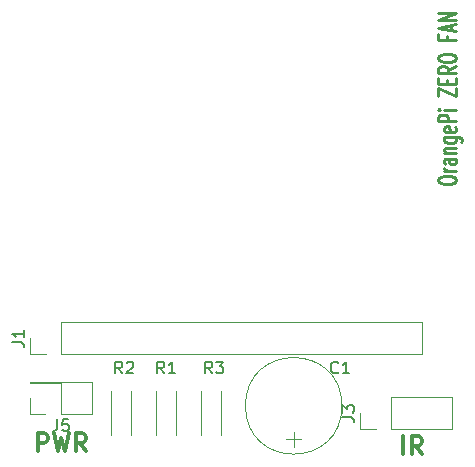
<source format=gto>
G04 #@! TF.FileFunction,Legend,Top*
%FSLAX46Y46*%
G04 Gerber Fmt 4.6, Leading zero omitted, Abs format (unit mm)*
G04 Created by KiCad (PCBNEW 4.0.1-stable) date 2017/08/26 19:12:35*
%MOMM*%
G01*
G04 APERTURE LIST*
%ADD10C,0.100000*%
%ADD11C,0.250000*%
%ADD12C,0.300000*%
%ADD13C,0.150000*%
%ADD14C,0.120000*%
%ADD15R,1.600000X1.600000*%
%ADD16C,1.600000*%
%ADD17R,1.700000X1.700000*%
%ADD18O,1.700000X1.700000*%
%ADD19C,1.400000*%
%ADD20O,1.400000X1.400000*%
%ADD21C,3.200000*%
G04 APERTURE END LIST*
D10*
D11*
X151832571Y-107988810D02*
X151832571Y-107798333D01*
X151904000Y-107703095D01*
X152046857Y-107607857D01*
X152332571Y-107560238D01*
X152832571Y-107560238D01*
X153118286Y-107607857D01*
X153261143Y-107703095D01*
X153332571Y-107798333D01*
X153332571Y-107988810D01*
X153261143Y-108084048D01*
X153118286Y-108179286D01*
X152832571Y-108226905D01*
X152332571Y-108226905D01*
X152046857Y-108179286D01*
X151904000Y-108084048D01*
X151832571Y-107988810D01*
X153332571Y-107131667D02*
X152332571Y-107131667D01*
X152618286Y-107131667D02*
X152475429Y-107084048D01*
X152404000Y-107036429D01*
X152332571Y-106941191D01*
X152332571Y-106845952D01*
X153332571Y-106084047D02*
X152546857Y-106084047D01*
X152404000Y-106131666D01*
X152332571Y-106226904D01*
X152332571Y-106417381D01*
X152404000Y-106512619D01*
X153261143Y-106084047D02*
X153332571Y-106179285D01*
X153332571Y-106417381D01*
X153261143Y-106512619D01*
X153118286Y-106560238D01*
X152975429Y-106560238D01*
X152832571Y-106512619D01*
X152761143Y-106417381D01*
X152761143Y-106179285D01*
X152689714Y-106084047D01*
X152332571Y-105607857D02*
X153332571Y-105607857D01*
X152475429Y-105607857D02*
X152404000Y-105560238D01*
X152332571Y-105465000D01*
X152332571Y-105322142D01*
X152404000Y-105226904D01*
X152546857Y-105179285D01*
X153332571Y-105179285D01*
X152332571Y-104274523D02*
X153546857Y-104274523D01*
X153689714Y-104322142D01*
X153761143Y-104369761D01*
X153832571Y-104465000D01*
X153832571Y-104607857D01*
X153761143Y-104703095D01*
X153261143Y-104274523D02*
X153332571Y-104369761D01*
X153332571Y-104560238D01*
X153261143Y-104655476D01*
X153189714Y-104703095D01*
X153046857Y-104750714D01*
X152618286Y-104750714D01*
X152475429Y-104703095D01*
X152404000Y-104655476D01*
X152332571Y-104560238D01*
X152332571Y-104369761D01*
X152404000Y-104274523D01*
X153261143Y-103417380D02*
X153332571Y-103512618D01*
X153332571Y-103703095D01*
X153261143Y-103798333D01*
X153118286Y-103845952D01*
X152546857Y-103845952D01*
X152404000Y-103798333D01*
X152332571Y-103703095D01*
X152332571Y-103512618D01*
X152404000Y-103417380D01*
X152546857Y-103369761D01*
X152689714Y-103369761D01*
X152832571Y-103845952D01*
X153332571Y-102941190D02*
X151832571Y-102941190D01*
X151832571Y-102560237D01*
X151904000Y-102464999D01*
X151975429Y-102417380D01*
X152118286Y-102369761D01*
X152332571Y-102369761D01*
X152475429Y-102417380D01*
X152546857Y-102464999D01*
X152618286Y-102560237D01*
X152618286Y-102941190D01*
X153332571Y-101941190D02*
X152332571Y-101941190D01*
X151832571Y-101941190D02*
X151904000Y-101988809D01*
X151975429Y-101941190D01*
X151904000Y-101893571D01*
X151832571Y-101941190D01*
X151975429Y-101941190D01*
X151832571Y-100798333D02*
X151832571Y-100131666D01*
X153332571Y-100798333D01*
X153332571Y-100131666D01*
X152546857Y-99750714D02*
X152546857Y-99417380D01*
X153332571Y-99274523D02*
X153332571Y-99750714D01*
X151832571Y-99750714D01*
X151832571Y-99274523D01*
X153332571Y-98274523D02*
X152618286Y-98607857D01*
X153332571Y-98845952D02*
X151832571Y-98845952D01*
X151832571Y-98464999D01*
X151904000Y-98369761D01*
X151975429Y-98322142D01*
X152118286Y-98274523D01*
X152332571Y-98274523D01*
X152475429Y-98322142D01*
X152546857Y-98369761D01*
X152618286Y-98464999D01*
X152618286Y-98845952D01*
X151832571Y-97655476D02*
X151832571Y-97464999D01*
X151904000Y-97369761D01*
X152046857Y-97274523D01*
X152332571Y-97226904D01*
X152832571Y-97226904D01*
X153118286Y-97274523D01*
X153261143Y-97369761D01*
X153332571Y-97464999D01*
X153332571Y-97655476D01*
X153261143Y-97750714D01*
X153118286Y-97845952D01*
X152832571Y-97893571D01*
X152332571Y-97893571D01*
X152046857Y-97845952D01*
X151904000Y-97750714D01*
X151832571Y-97655476D01*
X152546857Y-95703094D02*
X152546857Y-96036428D01*
X153332571Y-96036428D02*
X151832571Y-96036428D01*
X151832571Y-95560237D01*
X152904000Y-95226904D02*
X152904000Y-94750713D01*
X153332571Y-95322142D02*
X151832571Y-94988809D01*
X153332571Y-94655475D01*
X153332571Y-94322142D02*
X151832571Y-94322142D01*
X153332571Y-93750713D01*
X151832571Y-93750713D01*
D12*
X148856000Y-131107571D02*
X148856000Y-129607571D01*
X150427429Y-131107571D02*
X149927429Y-130393286D01*
X149570286Y-131107571D02*
X149570286Y-129607571D01*
X150141714Y-129607571D01*
X150284572Y-129679000D01*
X150356000Y-129750429D01*
X150427429Y-129893286D01*
X150427429Y-130107571D01*
X150356000Y-130250429D01*
X150284572Y-130321857D01*
X150141714Y-130393286D01*
X149570286Y-130393286D01*
X117888000Y-130853571D02*
X117888000Y-129353571D01*
X118459428Y-129353571D01*
X118602286Y-129425000D01*
X118673714Y-129496429D01*
X118745143Y-129639286D01*
X118745143Y-129853571D01*
X118673714Y-129996429D01*
X118602286Y-130067857D01*
X118459428Y-130139286D01*
X117888000Y-130139286D01*
X119245143Y-129353571D02*
X119602286Y-130853571D01*
X119888000Y-129782143D01*
X120173714Y-130853571D01*
X120530857Y-129353571D01*
X121959429Y-130853571D02*
X121459429Y-130139286D01*
X121102286Y-130853571D02*
X121102286Y-129353571D01*
X121673714Y-129353571D01*
X121816572Y-129425000D01*
X121888000Y-129496429D01*
X121959429Y-129639286D01*
X121959429Y-129853571D01*
X121888000Y-129996429D01*
X121816572Y-130067857D01*
X121673714Y-130139286D01*
X121102286Y-130139286D01*
D13*
X139390381Y-120999285D02*
X139390381Y-121570714D01*
X139390381Y-121285000D02*
X138390381Y-121285000D01*
X138533238Y-121380238D01*
X138628476Y-121475476D01*
X138676095Y-121570714D01*
D14*
X143663000Y-127020000D02*
G75*
G03X143663000Y-127020000I-4090000J0D01*
G01*
X139573000Y-130470000D02*
X139573000Y-129270000D01*
X138923000Y-129870000D02*
X140223000Y-129870000D01*
X119888000Y-122615000D02*
X150428000Y-122615000D01*
X150428000Y-122615000D02*
X150428000Y-119955000D01*
X150428000Y-119955000D02*
X119888000Y-119955000D01*
X119888000Y-119955000D02*
X119888000Y-122615000D01*
X118618000Y-122615000D02*
X117288000Y-122615000D01*
X117288000Y-122615000D02*
X117288000Y-121285000D01*
X147828000Y-128965000D02*
X152968000Y-128965000D01*
X152968000Y-128965000D02*
X152968000Y-126305000D01*
X152968000Y-126305000D02*
X147828000Y-126305000D01*
X147828000Y-126305000D02*
X147828000Y-128965000D01*
X146558000Y-128965000D02*
X145228000Y-128965000D01*
X145228000Y-128965000D02*
X145228000Y-127635000D01*
X125828000Y-125775000D02*
X125828000Y-129495000D01*
X124108000Y-125775000D02*
X124108000Y-129495000D01*
X127918000Y-129495000D02*
X127918000Y-125775000D01*
X129638000Y-129495000D02*
X129638000Y-125775000D01*
X131728000Y-129495000D02*
X131728000Y-125775000D01*
X133448000Y-129495000D02*
X133448000Y-125775000D01*
X117288000Y-125095000D02*
X117288000Y-125035000D01*
X117288000Y-125035000D02*
X122488000Y-125035000D01*
X122488000Y-125035000D02*
X122488000Y-127695000D01*
X122488000Y-127695000D02*
X119888000Y-127695000D01*
X119888000Y-127695000D02*
X119888000Y-125095000D01*
X119888000Y-125095000D02*
X117288000Y-125095000D01*
X117288000Y-126365000D02*
X117288000Y-127695000D01*
X117288000Y-127695000D02*
X118558000Y-127695000D01*
D13*
X143343334Y-124182143D02*
X143295715Y-124229762D01*
X143152858Y-124277381D01*
X143057620Y-124277381D01*
X142914762Y-124229762D01*
X142819524Y-124134524D01*
X142771905Y-124039286D01*
X142724286Y-123848810D01*
X142724286Y-123705952D01*
X142771905Y-123515476D01*
X142819524Y-123420238D01*
X142914762Y-123325000D01*
X143057620Y-123277381D01*
X143152858Y-123277381D01*
X143295715Y-123325000D01*
X143343334Y-123372619D01*
X144295715Y-124277381D02*
X143724286Y-124277381D01*
X144010000Y-124277381D02*
X144010000Y-123277381D01*
X143914762Y-123420238D01*
X143819524Y-123515476D01*
X143724286Y-123563095D01*
X115740381Y-121618333D02*
X116454667Y-121618333D01*
X116597524Y-121665953D01*
X116692762Y-121761191D01*
X116740381Y-121904048D01*
X116740381Y-121999286D01*
X116740381Y-120618333D02*
X116740381Y-121189762D01*
X116740381Y-120904048D02*
X115740381Y-120904048D01*
X115883238Y-120999286D01*
X115978476Y-121094524D01*
X116026095Y-121189762D01*
X143680381Y-127968333D02*
X144394667Y-127968333D01*
X144537524Y-128015953D01*
X144632762Y-128111191D01*
X144680381Y-128254048D01*
X144680381Y-128349286D01*
X143680381Y-127587381D02*
X143680381Y-126968333D01*
X144061333Y-127301667D01*
X144061333Y-127158809D01*
X144108952Y-127063571D01*
X144156571Y-127015952D01*
X144251810Y-126968333D01*
X144489905Y-126968333D01*
X144585143Y-127015952D01*
X144632762Y-127063571D01*
X144680381Y-127158809D01*
X144680381Y-127444524D01*
X144632762Y-127539762D01*
X144585143Y-127587381D01*
X125055334Y-124277381D02*
X124722000Y-123801190D01*
X124483905Y-124277381D02*
X124483905Y-123277381D01*
X124864858Y-123277381D01*
X124960096Y-123325000D01*
X125007715Y-123372619D01*
X125055334Y-123467857D01*
X125055334Y-123610714D01*
X125007715Y-123705952D01*
X124960096Y-123753571D01*
X124864858Y-123801190D01*
X124483905Y-123801190D01*
X125436286Y-123372619D02*
X125483905Y-123325000D01*
X125579143Y-123277381D01*
X125817239Y-123277381D01*
X125912477Y-123325000D01*
X125960096Y-123372619D01*
X126007715Y-123467857D01*
X126007715Y-123563095D01*
X125960096Y-123705952D01*
X125388667Y-124277381D01*
X126007715Y-124277381D01*
X128611334Y-124277381D02*
X128278000Y-123801190D01*
X128039905Y-124277381D02*
X128039905Y-123277381D01*
X128420858Y-123277381D01*
X128516096Y-123325000D01*
X128563715Y-123372619D01*
X128611334Y-123467857D01*
X128611334Y-123610714D01*
X128563715Y-123705952D01*
X128516096Y-123753571D01*
X128420858Y-123801190D01*
X128039905Y-123801190D01*
X129563715Y-124277381D02*
X128992286Y-124277381D01*
X129278000Y-124277381D02*
X129278000Y-123277381D01*
X129182762Y-123420238D01*
X129087524Y-123515476D01*
X128992286Y-123563095D01*
X132675334Y-124277381D02*
X132342000Y-123801190D01*
X132103905Y-124277381D02*
X132103905Y-123277381D01*
X132484858Y-123277381D01*
X132580096Y-123325000D01*
X132627715Y-123372619D01*
X132675334Y-123467857D01*
X132675334Y-123610714D01*
X132627715Y-123705952D01*
X132580096Y-123753571D01*
X132484858Y-123801190D01*
X132103905Y-123801190D01*
X133008667Y-123277381D02*
X133627715Y-123277381D01*
X133294381Y-123658333D01*
X133437239Y-123658333D01*
X133532477Y-123705952D01*
X133580096Y-123753571D01*
X133627715Y-123848810D01*
X133627715Y-124086905D01*
X133580096Y-124182143D01*
X133532477Y-124229762D01*
X133437239Y-124277381D01*
X133151524Y-124277381D01*
X133056286Y-124229762D01*
X133008667Y-124182143D01*
X119554667Y-128147381D02*
X119554667Y-128861667D01*
X119507047Y-129004524D01*
X119411809Y-129099762D01*
X119268952Y-129147381D01*
X119173714Y-129147381D01*
X120507048Y-128147381D02*
X120030857Y-128147381D01*
X119983238Y-128623571D01*
X120030857Y-128575952D01*
X120126095Y-128528333D01*
X120364191Y-128528333D01*
X120459429Y-128575952D01*
X120507048Y-128623571D01*
X120554667Y-128718810D01*
X120554667Y-128956905D01*
X120507048Y-129052143D01*
X120459429Y-129099762D01*
X120364191Y-129147381D01*
X120126095Y-129147381D01*
X120030857Y-129099762D01*
X119983238Y-129052143D01*
%LPC*%
D15*
X139573000Y-128270000D03*
D16*
X139573000Y-125770000D03*
D17*
X118618000Y-121285000D03*
D18*
X121158000Y-121285000D03*
X123698000Y-121285000D03*
X126238000Y-121285000D03*
X128778000Y-121285000D03*
X131318000Y-121285000D03*
X133858000Y-121285000D03*
X136398000Y-121285000D03*
X138938000Y-121285000D03*
X141478000Y-121285000D03*
X144018000Y-121285000D03*
X146558000Y-121285000D03*
X149098000Y-121285000D03*
D17*
X149098000Y-70485000D03*
D18*
X149098000Y-73025000D03*
X146558000Y-70485000D03*
X146558000Y-73025000D03*
X144018000Y-70485000D03*
X144018000Y-73025000D03*
X141478000Y-70485000D03*
X141478000Y-73025000D03*
X138938000Y-70485000D03*
X138938000Y-73025000D03*
X136398000Y-70485000D03*
X136398000Y-73025000D03*
X133858000Y-70485000D03*
X133858000Y-73025000D03*
X131318000Y-70485000D03*
X131318000Y-73025000D03*
X128778000Y-70485000D03*
X128778000Y-73025000D03*
X126238000Y-70485000D03*
X126238000Y-73025000D03*
X123698000Y-70485000D03*
X123698000Y-73025000D03*
X121158000Y-70485000D03*
X121158000Y-73025000D03*
X118618000Y-70485000D03*
X118618000Y-73025000D03*
D17*
X146558000Y-127635000D03*
D18*
X149098000Y-127635000D03*
X151638000Y-127635000D03*
D17*
X149098000Y-78105000D03*
D18*
X149098000Y-80645000D03*
X146558000Y-78105000D03*
X146558000Y-80645000D03*
X144018000Y-78105000D03*
X144018000Y-80645000D03*
X141478000Y-78105000D03*
X141478000Y-80645000D03*
X138938000Y-78105000D03*
X138938000Y-80645000D03*
X136398000Y-78105000D03*
X136398000Y-80645000D03*
X133858000Y-78105000D03*
X133858000Y-80645000D03*
X131318000Y-78105000D03*
X131318000Y-80645000D03*
X128778000Y-78105000D03*
X128778000Y-80645000D03*
X126238000Y-78105000D03*
X126238000Y-80645000D03*
X123698000Y-78105000D03*
X123698000Y-80645000D03*
X121158000Y-78105000D03*
X121158000Y-80645000D03*
X118618000Y-78105000D03*
X118618000Y-80645000D03*
D19*
X124968000Y-125095000D03*
D20*
X124968000Y-130175000D03*
D19*
X128778000Y-130175000D03*
D20*
X128778000Y-125095000D03*
D19*
X132588000Y-130175000D03*
D20*
X132588000Y-125095000D03*
D17*
X118618000Y-126365000D03*
D18*
X121158000Y-126365000D03*
D21*
X150998000Y-89365000D03*
X126998000Y-89365000D03*
X126998000Y-113365000D03*
X150998000Y-113365000D03*
M02*

</source>
